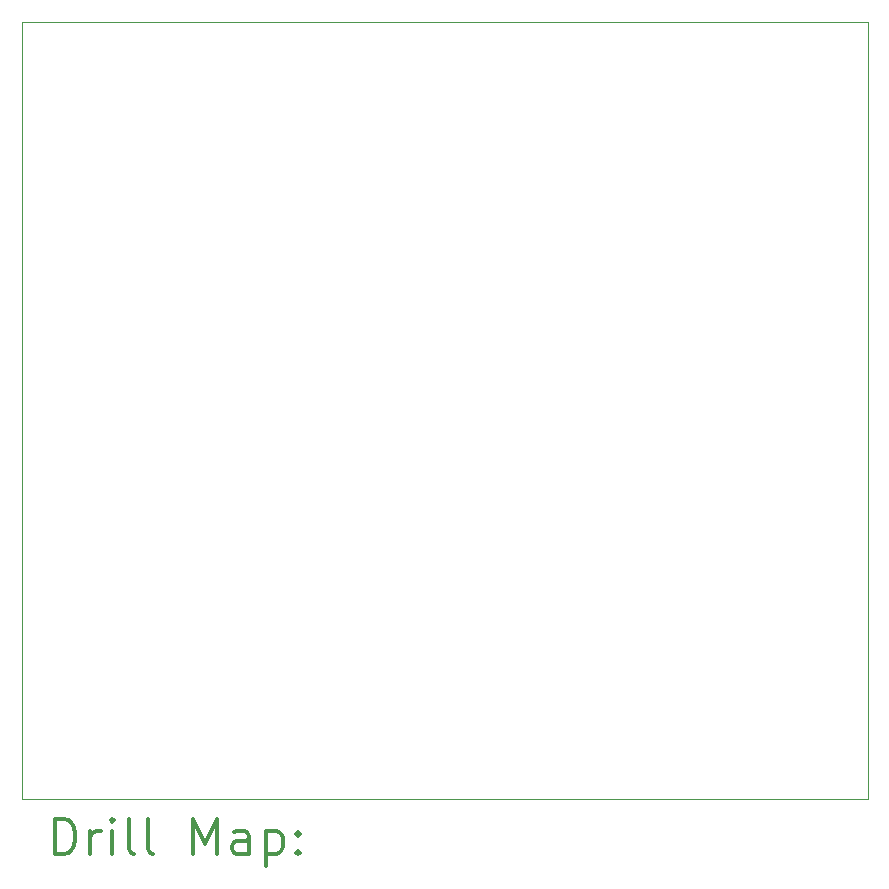
<source format=gbr>
%FSLAX45Y45*%
G04 Gerber Fmt 4.5, Leading zero omitted, Abs format (unit mm)*
G04 Created by KiCad (PCBNEW 5.1.9+dfsg1-1) date 2021-08-26 00:34:31*
%MOMM*%
%LPD*%
G01*
G04 APERTURE LIST*
%TA.AperFunction,Profile*%
%ADD10C,0.100000*%
%TD*%
%ADD11C,0.200000*%
%ADD12C,0.300000*%
G04 APERTURE END LIST*
D10*
X10795000Y-13970000D02*
X17957800Y-13970000D01*
X10795000Y-7391400D02*
X17957800Y-7391400D01*
X10795000Y-7391400D02*
X10795000Y-13970000D01*
X17957800Y-13970000D02*
X17957800Y-7391400D01*
D11*
D12*
X11076428Y-14440714D02*
X11076428Y-14140714D01*
X11147857Y-14140714D01*
X11190714Y-14155000D01*
X11219286Y-14183571D01*
X11233571Y-14212143D01*
X11247857Y-14269286D01*
X11247857Y-14312143D01*
X11233571Y-14369286D01*
X11219286Y-14397857D01*
X11190714Y-14426429D01*
X11147857Y-14440714D01*
X11076428Y-14440714D01*
X11376428Y-14440714D02*
X11376428Y-14240714D01*
X11376428Y-14297857D02*
X11390714Y-14269286D01*
X11405000Y-14255000D01*
X11433571Y-14240714D01*
X11462143Y-14240714D01*
X11562143Y-14440714D02*
X11562143Y-14240714D01*
X11562143Y-14140714D02*
X11547857Y-14155000D01*
X11562143Y-14169286D01*
X11576428Y-14155000D01*
X11562143Y-14140714D01*
X11562143Y-14169286D01*
X11747857Y-14440714D02*
X11719286Y-14426429D01*
X11705000Y-14397857D01*
X11705000Y-14140714D01*
X11905000Y-14440714D02*
X11876428Y-14426429D01*
X11862143Y-14397857D01*
X11862143Y-14140714D01*
X12247857Y-14440714D02*
X12247857Y-14140714D01*
X12347857Y-14355000D01*
X12447857Y-14140714D01*
X12447857Y-14440714D01*
X12719286Y-14440714D02*
X12719286Y-14283571D01*
X12705000Y-14255000D01*
X12676428Y-14240714D01*
X12619286Y-14240714D01*
X12590714Y-14255000D01*
X12719286Y-14426429D02*
X12690714Y-14440714D01*
X12619286Y-14440714D01*
X12590714Y-14426429D01*
X12576428Y-14397857D01*
X12576428Y-14369286D01*
X12590714Y-14340714D01*
X12619286Y-14326429D01*
X12690714Y-14326429D01*
X12719286Y-14312143D01*
X12862143Y-14240714D02*
X12862143Y-14540714D01*
X12862143Y-14255000D02*
X12890714Y-14240714D01*
X12947857Y-14240714D01*
X12976428Y-14255000D01*
X12990714Y-14269286D01*
X13005000Y-14297857D01*
X13005000Y-14383571D01*
X12990714Y-14412143D01*
X12976428Y-14426429D01*
X12947857Y-14440714D01*
X12890714Y-14440714D01*
X12862143Y-14426429D01*
X13133571Y-14412143D02*
X13147857Y-14426429D01*
X13133571Y-14440714D01*
X13119286Y-14426429D01*
X13133571Y-14412143D01*
X13133571Y-14440714D01*
X13133571Y-14255000D02*
X13147857Y-14269286D01*
X13133571Y-14283571D01*
X13119286Y-14269286D01*
X13133571Y-14255000D01*
X13133571Y-14283571D01*
M02*

</source>
